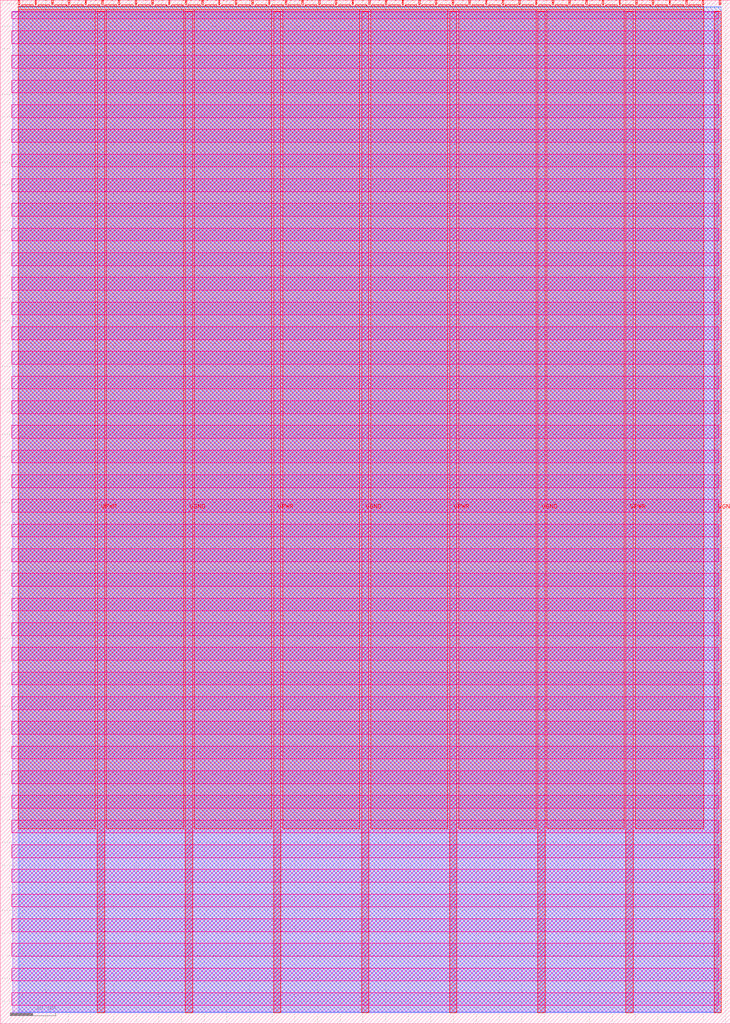
<source format=lef>
VERSION 5.7 ;
  NOWIREEXTENSIONATPIN ON ;
  DIVIDERCHAR "/" ;
  BUSBITCHARS "[]" ;
MACRO tt_um_router
  CLASS BLOCK ;
  FOREIGN tt_um_router ;
  ORIGIN 0.000 0.000 ;
  SIZE 161.000 BY 225.760 ;
  PIN VGND
    DIRECTION INOUT ;
    USE GROUND ;
    PORT
      LAYER met4 ;
        RECT 40.830 2.480 42.430 223.280 ;
    END
    PORT
      LAYER met4 ;
        RECT 79.700 2.480 81.300 223.280 ;
    END
    PORT
      LAYER met4 ;
        RECT 118.570 2.480 120.170 223.280 ;
    END
    PORT
      LAYER met4 ;
        RECT 157.440 2.480 159.040 223.280 ;
    END
  END VGND
  PIN VPWR
    DIRECTION INOUT ;
    USE POWER ;
    PORT
      LAYER met4 ;
        RECT 21.395 2.480 22.995 223.280 ;
    END
    PORT
      LAYER met4 ;
        RECT 60.265 2.480 61.865 223.280 ;
    END
    PORT
      LAYER met4 ;
        RECT 99.135 2.480 100.735 223.280 ;
    END
    PORT
      LAYER met4 ;
        RECT 138.005 2.480 139.605 223.280 ;
    END
  END VPWR
  PIN clk
    DIRECTION INPUT ;
    USE SIGNAL ;
    ANTENNAGATEAREA 0.852000 ;
    PORT
      LAYER met4 ;
        RECT 154.870 224.760 155.170 225.760 ;
    END
  END clk
  PIN ena
    DIRECTION INPUT ;
    USE SIGNAL ;
    PORT
      LAYER met4 ;
        RECT 158.550 224.760 158.850 225.760 ;
    END
  END ena
  PIN rst_n
    DIRECTION INPUT ;
    USE SIGNAL ;
    ANTENNAGATEAREA 0.196500 ;
    PORT
      LAYER met4 ;
        RECT 151.190 224.760 151.490 225.760 ;
    END
  END rst_n
  PIN ui_in[0]
    DIRECTION INPUT ;
    USE SIGNAL ;
    ANTENNAGATEAREA 0.213000 ;
    PORT
      LAYER met4 ;
        RECT 147.510 224.760 147.810 225.760 ;
    END
  END ui_in[0]
  PIN ui_in[1]
    DIRECTION INPUT ;
    USE SIGNAL ;
    ANTENNAGATEAREA 0.213000 ;
    PORT
      LAYER met4 ;
        RECT 143.830 224.760 144.130 225.760 ;
    END
  END ui_in[1]
  PIN ui_in[2]
    DIRECTION INPUT ;
    USE SIGNAL ;
    ANTENNAGATEAREA 0.213000 ;
    PORT
      LAYER met4 ;
        RECT 140.150 224.760 140.450 225.760 ;
    END
  END ui_in[2]
  PIN ui_in[3]
    DIRECTION INPUT ;
    USE SIGNAL ;
    ANTENNAGATEAREA 0.213000 ;
    PORT
      LAYER met4 ;
        RECT 136.470 224.760 136.770 225.760 ;
    END
  END ui_in[3]
  PIN ui_in[4]
    DIRECTION INPUT ;
    USE SIGNAL ;
    ANTENNAGATEAREA 0.126000 ;
    PORT
      LAYER met4 ;
        RECT 132.790 224.760 133.090 225.760 ;
    END
  END ui_in[4]
  PIN ui_in[5]
    DIRECTION INPUT ;
    USE SIGNAL ;
    ANTENNAGATEAREA 0.213000 ;
    PORT
      LAYER met4 ;
        RECT 129.110 224.760 129.410 225.760 ;
    END
  END ui_in[5]
  PIN ui_in[6]
    DIRECTION INPUT ;
    USE SIGNAL ;
    ANTENNAGATEAREA 0.213000 ;
    PORT
      LAYER met4 ;
        RECT 125.430 224.760 125.730 225.760 ;
    END
  END ui_in[6]
  PIN ui_in[7]
    DIRECTION INPUT ;
    USE SIGNAL ;
    PORT
      LAYER met4 ;
        RECT 121.750 224.760 122.050 225.760 ;
    END
  END ui_in[7]
  PIN uio_in[0]
    DIRECTION INPUT ;
    USE SIGNAL ;
    PORT
      LAYER met4 ;
        RECT 118.070 224.760 118.370 225.760 ;
    END
  END uio_in[0]
  PIN uio_in[1]
    DIRECTION INPUT ;
    USE SIGNAL ;
    PORT
      LAYER met4 ;
        RECT 114.390 224.760 114.690 225.760 ;
    END
  END uio_in[1]
  PIN uio_in[2]
    DIRECTION INPUT ;
    USE SIGNAL ;
    PORT
      LAYER met4 ;
        RECT 110.710 224.760 111.010 225.760 ;
    END
  END uio_in[2]
  PIN uio_in[3]
    DIRECTION INPUT ;
    USE SIGNAL ;
    PORT
      LAYER met4 ;
        RECT 107.030 224.760 107.330 225.760 ;
    END
  END uio_in[3]
  PIN uio_in[4]
    DIRECTION INPUT ;
    USE SIGNAL ;
    PORT
      LAYER met4 ;
        RECT 103.350 224.760 103.650 225.760 ;
    END
  END uio_in[4]
  PIN uio_in[5]
    DIRECTION INPUT ;
    USE SIGNAL ;
    PORT
      LAYER met4 ;
        RECT 99.670 224.760 99.970 225.760 ;
    END
  END uio_in[5]
  PIN uio_in[6]
    DIRECTION INPUT ;
    USE SIGNAL ;
    PORT
      LAYER met4 ;
        RECT 95.990 224.760 96.290 225.760 ;
    END
  END uio_in[6]
  PIN uio_in[7]
    DIRECTION INPUT ;
    USE SIGNAL ;
    PORT
      LAYER met4 ;
        RECT 92.310 224.760 92.610 225.760 ;
    END
  END uio_in[7]
  PIN uio_oe[0]
    DIRECTION OUTPUT TRISTATE ;
    USE SIGNAL ;
    PORT
      LAYER met4 ;
        RECT 29.750 224.760 30.050 225.760 ;
    END
  END uio_oe[0]
  PIN uio_oe[1]
    DIRECTION OUTPUT TRISTATE ;
    USE SIGNAL ;
    PORT
      LAYER met4 ;
        RECT 26.070 224.760 26.370 225.760 ;
    END
  END uio_oe[1]
  PIN uio_oe[2]
    DIRECTION OUTPUT TRISTATE ;
    USE SIGNAL ;
    PORT
      LAYER met4 ;
        RECT 22.390 224.760 22.690 225.760 ;
    END
  END uio_oe[2]
  PIN uio_oe[3]
    DIRECTION OUTPUT TRISTATE ;
    USE SIGNAL ;
    PORT
      LAYER met4 ;
        RECT 18.710 224.760 19.010 225.760 ;
    END
  END uio_oe[3]
  PIN uio_oe[4]
    DIRECTION OUTPUT TRISTATE ;
    USE SIGNAL ;
    PORT
      LAYER met4 ;
        RECT 15.030 224.760 15.330 225.760 ;
    END
  END uio_oe[4]
  PIN uio_oe[5]
    DIRECTION OUTPUT TRISTATE ;
    USE SIGNAL ;
    PORT
      LAYER met4 ;
        RECT 11.350 224.760 11.650 225.760 ;
    END
  END uio_oe[5]
  PIN uio_oe[6]
    DIRECTION OUTPUT TRISTATE ;
    USE SIGNAL ;
    PORT
      LAYER met4 ;
        RECT 7.670 224.760 7.970 225.760 ;
    END
  END uio_oe[6]
  PIN uio_oe[7]
    DIRECTION OUTPUT TRISTATE ;
    USE SIGNAL ;
    PORT
      LAYER met4 ;
        RECT 3.990 224.760 4.290 225.760 ;
    END
  END uio_oe[7]
  PIN uio_out[0]
    DIRECTION OUTPUT TRISTATE ;
    USE SIGNAL ;
    ANTENNAGATEAREA 0.126000 ;
    ANTENNADIFFAREA 0.445500 ;
    PORT
      LAYER met4 ;
        RECT 59.190 224.760 59.490 225.760 ;
    END
  END uio_out[0]
  PIN uio_out[1]
    DIRECTION OUTPUT TRISTATE ;
    USE SIGNAL ;
    ANTENNAGATEAREA 0.126000 ;
    ANTENNADIFFAREA 0.445500 ;
    PORT
      LAYER met4 ;
        RECT 55.510 224.760 55.810 225.760 ;
    END
  END uio_out[1]
  PIN uio_out[2]
    DIRECTION OUTPUT TRISTATE ;
    USE SIGNAL ;
    ANTENNAGATEAREA 0.247500 ;
    ANTENNADIFFAREA 0.445500 ;
    PORT
      LAYER met4 ;
        RECT 51.830 224.760 52.130 225.760 ;
    END
  END uio_out[2]
  PIN uio_out[3]
    DIRECTION OUTPUT TRISTATE ;
    USE SIGNAL ;
    ANTENNADIFFAREA 0.795200 ;
    PORT
      LAYER met4 ;
        RECT 48.150 224.760 48.450 225.760 ;
    END
  END uio_out[3]
  PIN uio_out[4]
    DIRECTION OUTPUT TRISTATE ;
    USE SIGNAL ;
    ANTENNADIFFAREA 0.795200 ;
    PORT
      LAYER met4 ;
        RECT 44.470 224.760 44.770 225.760 ;
    END
  END uio_out[4]
  PIN uio_out[5]
    DIRECTION OUTPUT TRISTATE ;
    USE SIGNAL ;
    ANTENNADIFFAREA 0.445500 ;
    PORT
      LAYER met4 ;
        RECT 40.790 224.760 41.090 225.760 ;
    END
  END uio_out[5]
  PIN uio_out[6]
    DIRECTION OUTPUT TRISTATE ;
    USE SIGNAL ;
    PORT
      LAYER met4 ;
        RECT 37.110 224.760 37.410 225.760 ;
    END
  END uio_out[6]
  PIN uio_out[7]
    DIRECTION OUTPUT TRISTATE ;
    USE SIGNAL ;
    PORT
      LAYER met4 ;
        RECT 33.430 224.760 33.730 225.760 ;
    END
  END uio_out[7]
  PIN uo_out[0]
    DIRECTION OUTPUT TRISTATE ;
    USE SIGNAL ;
    ANTENNAGATEAREA 0.126000 ;
    ANTENNADIFFAREA 0.445500 ;
    PORT
      LAYER met4 ;
        RECT 88.630 224.760 88.930 225.760 ;
    END
  END uo_out[0]
  PIN uo_out[1]
    DIRECTION OUTPUT TRISTATE ;
    USE SIGNAL ;
    ANTENNAGATEAREA 0.126000 ;
    ANTENNADIFFAREA 0.445500 ;
    PORT
      LAYER met4 ;
        RECT 84.950 224.760 85.250 225.760 ;
    END
  END uo_out[1]
  PIN uo_out[2]
    DIRECTION OUTPUT TRISTATE ;
    USE SIGNAL ;
    ANTENNAGATEAREA 0.247500 ;
    ANTENNADIFFAREA 0.891000 ;
    PORT
      LAYER met4 ;
        RECT 81.270 224.760 81.570 225.760 ;
    END
  END uo_out[2]
  PIN uo_out[3]
    DIRECTION OUTPUT TRISTATE ;
    USE SIGNAL ;
    ANTENNAGATEAREA 0.126000 ;
    ANTENNADIFFAREA 0.445500 ;
    PORT
      LAYER met4 ;
        RECT 77.590 224.760 77.890 225.760 ;
    END
  END uo_out[3]
  PIN uo_out[4]
    DIRECTION OUTPUT TRISTATE ;
    USE SIGNAL ;
    ANTENNAGATEAREA 0.126000 ;
    ANTENNADIFFAREA 0.445500 ;
    PORT
      LAYER met4 ;
        RECT 73.910 224.760 74.210 225.760 ;
    END
  END uo_out[4]
  PIN uo_out[5]
    DIRECTION OUTPUT TRISTATE ;
    USE SIGNAL ;
    ANTENNAGATEAREA 0.247500 ;
    ANTENNADIFFAREA 0.445500 ;
    PORT
      LAYER met4 ;
        RECT 70.230 224.760 70.530 225.760 ;
    END
  END uo_out[5]
  PIN uo_out[6]
    DIRECTION OUTPUT TRISTATE ;
    USE SIGNAL ;
    ANTENNADIFFAREA 0.795200 ;
    PORT
      LAYER met4 ;
        RECT 66.550 224.760 66.850 225.760 ;
    END
  END uo_out[6]
  PIN uo_out[7]
    DIRECTION OUTPUT TRISTATE ;
    USE SIGNAL ;
    ANTENNADIFFAREA 0.445500 ;
    PORT
      LAYER met4 ;
        RECT 62.870 224.760 63.170 225.760 ;
    END
  END uo_out[7]
  OBS
      LAYER nwell ;
        RECT 2.570 221.625 158.430 223.230 ;
        RECT 2.570 216.185 158.430 219.015 ;
        RECT 2.570 210.745 158.430 213.575 ;
        RECT 2.570 205.305 158.430 208.135 ;
        RECT 2.570 199.865 158.430 202.695 ;
        RECT 2.570 194.425 158.430 197.255 ;
        RECT 2.570 188.985 158.430 191.815 ;
        RECT 2.570 183.545 158.430 186.375 ;
        RECT 2.570 178.105 158.430 180.935 ;
        RECT 2.570 172.665 158.430 175.495 ;
        RECT 2.570 167.225 158.430 170.055 ;
        RECT 2.570 161.785 158.430 164.615 ;
        RECT 2.570 156.345 158.430 159.175 ;
        RECT 2.570 150.905 158.430 153.735 ;
        RECT 2.570 145.465 158.430 148.295 ;
        RECT 2.570 140.025 158.430 142.855 ;
        RECT 2.570 134.585 158.430 137.415 ;
        RECT 2.570 129.145 158.430 131.975 ;
        RECT 2.570 123.705 158.430 126.535 ;
        RECT 2.570 118.265 158.430 121.095 ;
        RECT 2.570 112.825 158.430 115.655 ;
        RECT 2.570 107.385 158.430 110.215 ;
        RECT 2.570 101.945 158.430 104.775 ;
        RECT 2.570 96.505 158.430 99.335 ;
        RECT 2.570 91.065 158.430 93.895 ;
        RECT 2.570 85.625 158.430 88.455 ;
        RECT 2.570 80.185 158.430 83.015 ;
        RECT 2.570 74.745 158.430 77.575 ;
        RECT 2.570 69.305 158.430 72.135 ;
        RECT 2.570 63.865 158.430 66.695 ;
        RECT 2.570 58.425 158.430 61.255 ;
        RECT 2.570 52.985 158.430 55.815 ;
        RECT 2.570 47.545 158.430 50.375 ;
        RECT 2.570 42.105 158.430 44.935 ;
        RECT 2.570 36.665 158.430 39.495 ;
        RECT 2.570 31.225 158.430 34.055 ;
        RECT 2.570 25.785 158.430 28.615 ;
        RECT 2.570 20.345 158.430 23.175 ;
        RECT 2.570 14.905 158.430 17.735 ;
        RECT 2.570 9.465 158.430 12.295 ;
        RECT 2.570 4.025 158.430 6.855 ;
      LAYER li1 ;
        RECT 2.760 2.635 158.240 223.125 ;
      LAYER met1 ;
        RECT 2.760 2.480 159.040 223.280 ;
      LAYER met2 ;
        RECT 4.230 2.535 159.010 224.245 ;
      LAYER met3 ;
        RECT 3.950 2.555 159.030 224.225 ;
      LAYER met4 ;
        RECT 4.690 224.360 7.270 224.760 ;
        RECT 8.370 224.360 10.950 224.760 ;
        RECT 12.050 224.360 14.630 224.760 ;
        RECT 15.730 224.360 18.310 224.760 ;
        RECT 19.410 224.360 21.990 224.760 ;
        RECT 23.090 224.360 25.670 224.760 ;
        RECT 26.770 224.360 29.350 224.760 ;
        RECT 30.450 224.360 33.030 224.760 ;
        RECT 34.130 224.360 36.710 224.760 ;
        RECT 37.810 224.360 40.390 224.760 ;
        RECT 41.490 224.360 44.070 224.760 ;
        RECT 45.170 224.360 47.750 224.760 ;
        RECT 48.850 224.360 51.430 224.760 ;
        RECT 52.530 224.360 55.110 224.760 ;
        RECT 56.210 224.360 58.790 224.760 ;
        RECT 59.890 224.360 62.470 224.760 ;
        RECT 63.570 224.360 66.150 224.760 ;
        RECT 67.250 224.360 69.830 224.760 ;
        RECT 70.930 224.360 73.510 224.760 ;
        RECT 74.610 224.360 77.190 224.760 ;
        RECT 78.290 224.360 80.870 224.760 ;
        RECT 81.970 224.360 84.550 224.760 ;
        RECT 85.650 224.360 88.230 224.760 ;
        RECT 89.330 224.360 91.910 224.760 ;
        RECT 93.010 224.360 95.590 224.760 ;
        RECT 96.690 224.360 99.270 224.760 ;
        RECT 100.370 224.360 102.950 224.760 ;
        RECT 104.050 224.360 106.630 224.760 ;
        RECT 107.730 224.360 110.310 224.760 ;
        RECT 111.410 224.360 113.990 224.760 ;
        RECT 115.090 224.360 117.670 224.760 ;
        RECT 118.770 224.360 121.350 224.760 ;
        RECT 122.450 224.360 125.030 224.760 ;
        RECT 126.130 224.360 128.710 224.760 ;
        RECT 129.810 224.360 132.390 224.760 ;
        RECT 133.490 224.360 136.070 224.760 ;
        RECT 137.170 224.360 139.750 224.760 ;
        RECT 140.850 224.360 143.430 224.760 ;
        RECT 144.530 224.360 147.110 224.760 ;
        RECT 148.210 224.360 150.790 224.760 ;
        RECT 151.890 224.360 154.470 224.760 ;
        RECT 3.975 223.680 155.185 224.360 ;
        RECT 3.975 43.015 20.995 223.680 ;
        RECT 23.395 43.015 40.430 223.680 ;
        RECT 42.830 43.015 59.865 223.680 ;
        RECT 62.265 43.015 79.300 223.680 ;
        RECT 81.700 43.015 98.735 223.680 ;
        RECT 101.135 43.015 118.170 223.680 ;
        RECT 120.570 43.015 137.605 223.680 ;
        RECT 140.005 43.015 155.185 223.680 ;
  END
END tt_um_router
END LIBRARY


</source>
